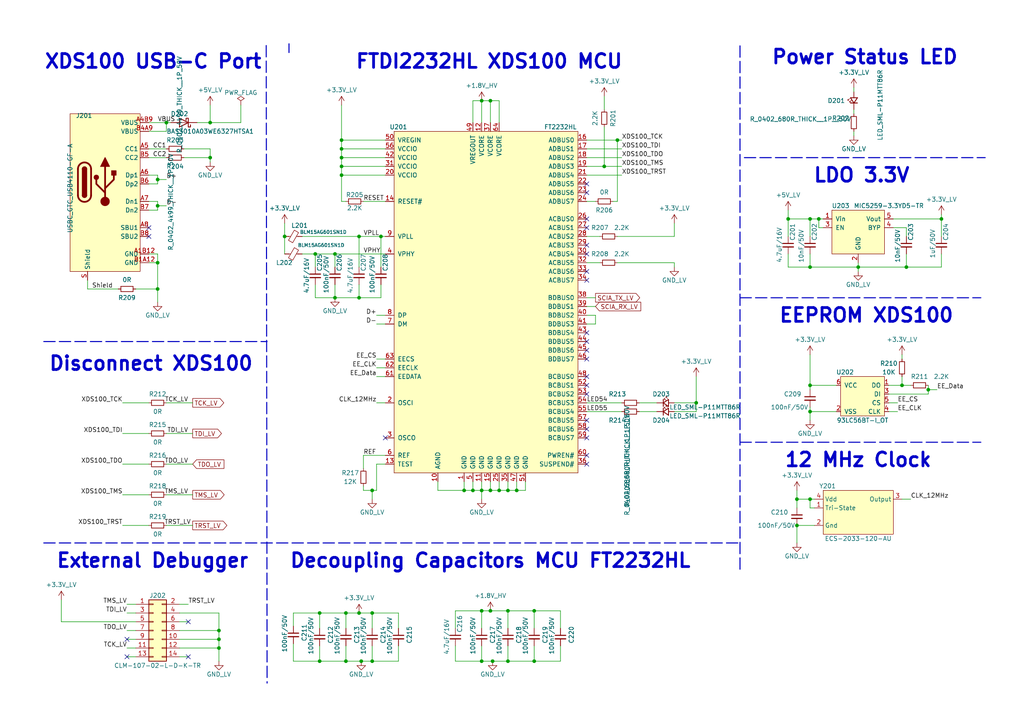
<source format=kicad_sch>
(kicad_sch (version 20211123) (generator eeschema)
  (paper "A4")
  (title_block (title "LCB-CCB-01: Control Board - Debugger XDS100  / JTAG") (date "2022-03-17") (rev "0.1") (company "PADERBORN UNIVERSITY DEPARTMENT OF POWER ELECTRONICS AND ELECTRICAL DRIVES"))
  (junction (at 45.72 52.07))
  (junction (at 201.93 116.84))
  (junction (at 110.49 68.58))
  (junction (at 82.55 68.58))
  (junction (at 45.72 83.82))
  (junction (at 60.96 45.72))
  (junction (at 60.96 35.56))
  (junction (at 234.95 63.5))
  (junction (at 147.32 142.24))
  (junction (at 248.92 77.47))
  (junction (at 107.95 177.8))
  (junction (at 97.155 73.66))
  (junction (at 142.875 191.77))
  (junction (at 134.62 142.24))
  (junction (at 154.94 191.77))
  (junction (at 139.7 29.21))
  (junction (at 91.44 73.66))
  (junction (at 139.7 142.24))
  (junction (at 97.155 86.36))
  (junction (at 273.05 63.5))
  (junction (at 63.5 182.88))
  (junction (at 99.06 48.26))
  (junction (at 234.95 77.47))
  (junction (at 137.16 142.24))
  (junction (at 142.24 177.165))
  (junction (at 144.78 142.24))
  (junction (at 175.26 48.26))
  (junction (at 107.95 142.24))
  (junction (at 99.06 43.18))
  (junction (at 142.24 142.24))
  (junction (at 147.32 191.77))
  (junction (at 228.6 63.5))
  (junction (at 99.06 45.72))
  (junction (at 63.5 187.96))
  (junction (at 92.71 177.8))
  (junction (at 99.06 40.64))
  (junction (at 92.71 191.77))
  (junction (at 234.95 119.38))
  (junction (at 139.7 191.77))
  (junction (at 261.62 111.76))
  (junction (at 154.94 177.165))
  (junction (at 100.33 191.77))
  (junction (at 237.49 63.5))
  (junction (at 139.7 177.165))
  (junction (at 104.775 191.77))
  (junction (at 104.14 86.36))
  (junction (at 45.72 59.69))
  (junction (at 48.26 35.56))
  (junction (at 104.14 68.58))
  (junction (at 142.24 29.21))
  (junction (at 149.86 142.24))
  (junction (at 234.95 144.78))
  (junction (at 63.5 185.42))
  (junction (at 45.72 76.2))
  (junction (at 99.06 50.8))
  (junction (at 231.14 152.4))
  (junction (at 234.95 111.76))
  (junction (at 231.14 144.78))
  (junction (at 107.95 191.77))
  (junction (at 262.89 77.47))
  (junction (at 100.33 177.8))
  (junction (at 147.32 177.165))
  (junction (at 269.24 113.03))
  (junction (at 104.14 177.8))
  (junction (at 179.07 40.64))
  (no_connect (at 170.18 78.74))
  (no_connect (at 54.61 180.34))
  (no_connect (at 170.18 99.06))
  (no_connect (at 170.18 111.76))
  (no_connect (at 54.61 190.5))
  (no_connect (at 36.83 190.5))
  (no_connect (at 43.18 66.04))
  (no_connect (at 36.83 185.42))
  (no_connect (at 170.18 81.28))
  (no_connect (at 170.18 104.14))
  (no_connect (at 170.18 127))
  (no_connect (at 170.18 132.08))
  (no_connect (at 170.18 134.62))
  (no_connect (at 170.18 124.46))
  (no_connect (at 170.18 101.6))
  (no_connect (at 170.18 55.88))
  (no_connect (at 170.18 53.34))
  (no_connect (at 170.18 66.04))
  (no_connect (at 170.18 73.66))
  (no_connect (at 170.18 71.12))
  (no_connect (at 170.18 114.3))
  (no_connect (at 170.18 109.22))
  (no_connect (at 170.18 96.52))
  (no_connect (at 43.18 68.58))
  (no_connect (at 170.18 121.92))
  (no_connect (at 170.18 63.5))
  (no_connect (at 111.76 127))
  (wire (pts (xy 45.72 76.2) (xy 45.72 83.82)))
  (wire (pts (xy 170.18 76.2) (xy 173.99 76.2)))
  (wire (pts (xy 228.6 77.47) (xy 234.95 77.47)))
  (wire (pts (xy 48.26 125.73) (xy 55.88 125.73)))
  (wire (pts (xy 228.6 63.5) (xy 228.6 60.96)))
  (wire (pts (xy 170.18 58.42) (xy 172.72 58.42)))
  (wire (pts (xy 247.65 31.75) (xy 247.65 33.02)))
  (wire (pts (xy 132.08 191.77) (xy 139.7 191.77)))
  (wire (pts (xy 170.18 48.26) (xy 175.26 48.26)))
  (wire (pts (xy 115.57 187.325) (xy 115.57 191.77)))
  (wire (pts (xy 99.06 48.26) (xy 99.06 45.72)))
  (wire (pts (xy 43.18 60.96) (xy 45.72 60.96)))
  (wire (pts (xy 105.41 132.08) (xy 111.76 132.08)))
  (wire (pts (xy 259.08 66.04) (xy 262.89 66.04)))
  (wire (pts (xy 43.18 43.18) (xy 48.26 43.18)))
  (wire (pts (xy 104.14 82.55) (xy 104.14 86.36)))
  (wire (pts (xy 45.72 58.42) (xy 43.18 58.42)))
  (wire (pts (xy 248.92 77.47) (xy 248.92 78.74)))
  (wire (pts (xy 48.26 134.62) (xy 55.88 134.62)))
  (wire (pts (xy 257.81 116.84) (xy 260.35 116.84)))
  (wire (pts (xy 97.155 73.66) (xy 97.155 77.47)))
  (polyline (pts (xy 214.63 165.1) (xy 214.63 12.7)) (stroke (width 0.3) (type dash)))
  (wire (pts (xy 170.18 43.18) (xy 180.34 43.18)))
  (wire (pts (xy 52.07 175.26) (xy 54.61 175.26)))
  (wire (pts (xy 261.62 109.22) (xy 261.62 111.76)))
  (wire (pts (xy 269.24 113.03) (xy 269.24 111.76)))
  (wire (pts (xy 57.15 35.56) (xy 60.96 35.56)))
  (wire (pts (xy 104.14 68.58) (xy 110.49 68.58)))
  (wire (pts (xy 127 142.24) (xy 134.62 142.24)))
  (wire (pts (xy 25.4 81.28) (xy 25.4 83.82)))
  (wire (pts (xy 175.26 48.26) (xy 180.34 48.26)))
  (wire (pts (xy 257.81 111.76) (xy 261.62 111.76)))
  (wire (pts (xy 45.72 73.66) (xy 45.72 76.2)))
  (wire (pts (xy 109.22 104.14) (xy 111.76 104.14)))
  (wire (pts (xy 92.71 182.245) (xy 92.71 177.8)))
  (wire (pts (xy 236.22 147.32) (xy 234.95 147.32)))
  (polyline (pts (xy 77.216 13.208) (xy 77.47 198.12)) (stroke (width 0.3) (type dash)))
  (wire (pts (xy 104.14 68.58) (xy 104.14 77.47)))
  (wire (pts (xy 35.56 125.73) (xy 43.18 125.73)))
  (wire (pts (xy 139.7 142.24) (xy 142.24 142.24)))
  (wire (pts (xy 234.95 144.78) (xy 231.14 144.78)))
  (wire (pts (xy 100.33 177.8) (xy 104.14 177.8)))
  (wire (pts (xy 105.41 140.97) (xy 105.41 142.24)))
  (wire (pts (xy 60.96 43.18) (xy 60.96 45.72)))
  (wire (pts (xy 170.18 45.72) (xy 180.34 45.72)))
  (wire (pts (xy 100.33 187.325) (xy 100.33 191.77)))
  (wire (pts (xy 238.76 66.04) (xy 237.49 66.04)))
  (wire (pts (xy 139.7 177.165) (xy 142.24 177.165)))
  (wire (pts (xy 237.49 63.5) (xy 238.76 63.5)))
  (wire (pts (xy 247.65 38.1) (xy 247.65 39.37)))
  (wire (pts (xy 261.62 104.14) (xy 261.62 102.87)))
  (wire (pts (xy 35.56 116.84) (xy 43.18 116.84)))
  (wire (pts (xy 36.83 190.5) (xy 39.37 190.5)))
  (wire (pts (xy 105.41 132.08) (xy 105.41 135.89)))
  (wire (pts (xy 234.95 63.5) (xy 234.95 68.58)))
  (wire (pts (xy 170.18 68.58) (xy 173.99 68.58)))
  (wire (pts (xy 137.16 142.24) (xy 139.7 142.24)))
  (wire (pts (xy 236.22 144.78) (xy 234.95 144.78)))
  (wire (pts (xy 109.22 106.68) (xy 111.76 106.68)))
  (wire (pts (xy 201.93 119.38) (xy 201.93 116.84)))
  (wire (pts (xy 45.72 83.82) (xy 39.37 83.82)))
  (wire (pts (xy 115.57 182.245) (xy 115.57 177.8)))
  (wire (pts (xy 139.7 177.165) (xy 139.7 182.245)))
  (wire (pts (xy 234.95 77.47) (xy 248.92 77.47)))
  (wire (pts (xy 172.72 91.44) (xy 172.72 93.98)))
  (wire (pts (xy 36.83 185.42) (xy 39.37 185.42)))
  (wire (pts (xy 154.94 177.165) (xy 147.32 177.165)))
  (wire (pts (xy 52.07 187.96) (xy 63.5 187.96)))
  (wire (pts (xy 170.18 119.38) (xy 180.34 119.38)))
  (wire (pts (xy 60.96 35.56) (xy 69.85 35.56)))
  (wire (pts (xy 45.72 60.96) (xy 45.72 59.69)))
  (wire (pts (xy 110.49 68.58) (xy 111.76 68.58)))
  (wire (pts (xy 43.18 53.34) (xy 45.72 53.34)))
  (wire (pts (xy 99.06 50.8) (xy 99.06 48.26)))
  (wire (pts (xy 17.78 180.34) (xy 39.37 180.34)))
  (polyline (pts (xy 12.7 99.06) (xy 77.47 99.06)) (stroke (width 0.3)))
  (wire (pts (xy 147.32 177.165) (xy 147.32 182.245)))
  (wire (pts (xy 134.62 142.24) (xy 137.16 142.24)))
  (wire (pts (xy 43.18 76.2) (xy 45.72 76.2)))
  (wire (pts (xy 170.18 93.98) (xy 172.72 93.98)))
  (wire (pts (xy 45.72 52.07) (xy 48.26 52.07)))
  (wire (pts (xy 63.5 182.88) (xy 63.5 185.42)))
  (wire (pts (xy 25.4 83.82) (xy 34.29 83.82)))
  (wire (pts (xy 162.56 182.245) (xy 162.56 177.165)))
  (wire (pts (xy 201.93 116.84) (xy 201.93 109.22)))
  (wire (pts (xy 52.07 190.5) (xy 54.61 190.5)))
  (wire (pts (xy 109.22 109.22) (xy 111.76 109.22)))
  (wire (pts (xy 48.26 152.4) (xy 55.88 152.4)))
  (wire (pts (xy 109.22 116.84) (xy 111.76 116.84)))
  (wire (pts (xy 53.34 43.18) (xy 60.96 43.18)))
  (wire (pts (xy 231.14 152.4) (xy 231.14 157.48)))
  (wire (pts (xy 99.06 58.42) (xy 99.06 50.8)))
  (wire (pts (xy 45.72 50.8) (xy 43.18 50.8)))
  (wire (pts (xy 137.16 35.56) (xy 137.16 29.21)))
  (wire (pts (xy 261.62 111.76) (xy 264.16 111.76)))
  (wire (pts (xy 142.875 191.77) (xy 147.32 191.77)))
  (wire (pts (xy 170.18 86.36) (xy 172.72 86.36)))
  (wire (pts (xy 149.86 142.24) (xy 152.4 142.24)))
  (wire (pts (xy 248.92 77.47) (xy 262.89 77.47)))
  (wire (pts (xy 139.7 187.325) (xy 139.7 191.77)))
  (wire (pts (xy 257.81 119.38) (xy 260.35 119.38)))
  (wire (pts (xy 43.18 45.72) (xy 48.26 45.72)))
  (wire (pts (xy 237.49 66.04) (xy 237.49 63.5)))
  (wire (pts (xy 139.7 29.21) (xy 142.24 29.21)))
  (wire (pts (xy 48.26 38.1) (xy 48.26 35.56)))
  (wire (pts (xy 139.7 139.7) (xy 139.7 142.24)))
  (wire (pts (xy 179.07 40.64) (xy 179.07 58.42)))
  (wire (pts (xy 45.72 59.69) (xy 45.72 58.42)))
  (wire (pts (xy 185.42 116.84) (xy 190.5 116.84)))
  (wire (pts (xy 85.09 186.69) (xy 85.09 191.77)))
  (wire (pts (xy 110.49 68.58) (xy 110.49 77.47)))
  (wire (pts (xy 154.94 191.77) (xy 162.56 191.77)))
  (polyline (pts (xy 83.82 15.24) (xy 83.82 12.7)) (stroke (width 0.3) (type dash)))
  (wire (pts (xy 231.14 144.78) (xy 231.14 147.32)))
  (polyline (pts (xy 214.63 86.36) (xy 284.48 86.36)) (stroke (width 0.3)))
  (wire (pts (xy 257.81 114.3) (xy 269.24 114.3)))
  (wire (pts (xy 259.08 63.5) (xy 273.05 63.5)))
  (polyline (pts (xy 12.7 157.48) (xy 214.63 157.48)) (stroke (width 0.3)))
  (wire (pts (xy 127 139.7) (xy 127 142.24)))
  (wire (pts (xy 107.95 144.78) (xy 107.95 142.24)))
  (wire (pts (xy 170.18 50.8) (xy 180.34 50.8)))
  (wire (pts (xy 43.18 38.1) (xy 48.26 38.1)))
  (wire (pts (xy 242.57 119.38) (xy 234.95 119.38)))
  (wire (pts (xy 134.62 139.7) (xy 134.62 142.24)))
  (wire (pts (xy 149.86 139.7) (xy 149.86 142.24)))
  (wire (pts (xy 132.08 177.165) (xy 139.7 177.165)))
  (wire (pts (xy 228.6 63.5) (xy 234.95 63.5)))
  (wire (pts (xy 177.8 58.42) (xy 179.07 58.42)))
  (wire (pts (xy 92.71 191.77) (xy 100.33 191.77)))
  (wire (pts (xy 154.94 182.245) (xy 154.94 177.165)))
  (wire (pts (xy 142.24 35.56) (xy 142.24 29.21)))
  (wire (pts (xy 107.95 191.77) (xy 115.57 191.77)))
  (wire (pts (xy 269.24 114.3) (xy 269.24 113.03)))
  (wire (pts (xy 248.92 76.2) (xy 248.92 77.47)))
  (wire (pts (xy 105.41 58.42) (xy 111.76 58.42)))
  (wire (pts (xy 91.44 73.66) (xy 91.44 77.47)))
  (wire (pts (xy 99.06 43.18) (xy 99.06 40.64)))
  (wire (pts (xy 36.83 177.8) (xy 39.37 177.8)))
  (wire (pts (xy 228.6 63.5) (xy 228.6 68.58)))
  (wire (pts (xy 142.24 139.7) (xy 142.24 142.24)))
  (wire (pts (xy 236.22 152.4) (xy 231.14 152.4)))
  (wire (pts (xy 52.07 180.34) (xy 54.61 180.34)))
  (wire (pts (xy 100.33 191.77) (xy 104.775 191.77)))
  (wire (pts (xy 69.85 35.56) (xy 69.85 30.48)))
  (wire (pts (xy 104.14 177.8) (xy 107.95 177.8)))
  (wire (pts (xy 91.44 82.55) (xy 91.44 86.36)))
  (wire (pts (xy 97.155 82.55) (xy 97.155 86.36)))
  (wire (pts (xy 63.5 185.42) (xy 63.5 187.96)))
  (wire (pts (xy 147.32 142.24) (xy 149.86 142.24)))
  (polyline (pts (xy 215.9 45.72) (xy 285.75 45.72)) (stroke (width 0.3)))
  (wire (pts (xy 99.06 45.72) (xy 99.06 43.18)))
  (wire (pts (xy 48.26 116.84) (xy 55.88 116.84)))
  (wire (pts (xy 147.32 139.7) (xy 147.32 142.24)))
  (wire (pts (xy 195.58 68.58) (xy 195.58 64.77)))
  (wire (pts (xy 170.18 91.44) (xy 172.72 91.44)))
  (wire (pts (xy 111.76 50.8) (xy 99.06 50.8)))
  (wire (pts (xy 82.55 64.77) (xy 82.55 68.58)))
  (wire (pts (xy 234.95 144.78) (xy 234.95 147.32)))
  (wire (pts (xy 137.16 29.21) (xy 139.7 29.21)))
  (wire (pts (xy 36.83 182.88) (xy 39.37 182.88)))
  (wire (pts (xy 144.78 142.24) (xy 147.32 142.24)))
  (wire (pts (xy 175.26 27.94) (xy 175.26 31.75)))
  (wire (pts (xy 45.72 59.69) (xy 48.26 59.69)))
  (wire (pts (xy 175.26 36.83) (xy 175.26 48.26)))
  (wire (pts (xy 48.26 35.56) (xy 49.53 35.56)))
  (wire (pts (xy 91.44 86.36) (xy 97.155 86.36)))
  (wire (pts (xy 132.08 182.245) (xy 132.08 177.165)))
  (wire (pts (xy 60.96 45.72) (xy 60.96 46.99)))
  (wire (pts (xy 109.22 142.24) (xy 109.22 134.62)))
  (wire (pts (xy 105.41 142.24) (xy 107.95 142.24)))
  (wire (pts (xy 162.56 177.165) (xy 154.94 177.165)))
  (wire (pts (xy 111.76 40.64) (xy 99.06 40.64)))
  (wire (pts (xy 195.58 116.84) (xy 201.93 116.84)))
  (wire (pts (xy 273.05 77.47) (xy 273.05 73.66)))
  (wire (pts (xy 53.34 45.72) (xy 60.96 45.72)))
  (wire (pts (xy 179.07 40.64) (xy 180.34 40.64)))
  (wire (pts (xy 35.56 143.51) (xy 43.18 143.51)))
  (wire (pts (xy 185.42 119.38) (xy 190.5 119.38)))
  (wire (pts (xy 139.7 191.77) (xy 142.875 191.77)))
  (wire (pts (xy 43.18 73.66) (xy 45.72 73.66)))
  (wire (pts (xy 100.33 177.8) (xy 100.33 182.245)))
  (wire (pts (xy 179.07 76.2) (xy 195.58 76.2)))
  (wire (pts (xy 147.32 191.77) (xy 154.94 191.77)))
  (wire (pts (xy 111.76 45.72) (xy 99.06 45.72)))
  (wire (pts (xy 43.18 35.56) (xy 48.26 35.56)))
  (wire (pts (xy 273.05 63.5) (xy 273.05 62.23)))
  (wire (pts (xy 137.16 139.7) (xy 137.16 142.24)))
  (wire (pts (xy 139.7 35.56) (xy 139.7 29.21)))
  (wire (pts (xy 247.65 25.4) (xy 247.65 26.67)))
  (wire (pts (xy 109.22 93.98) (xy 111.76 93.98)))
  (wire (pts (xy 234.95 119.38) (xy 234.95 121.92)))
  (wire (pts (xy 231.14 144.78) (xy 231.14 142.24)))
  (wire (pts (xy 262.89 77.47) (xy 273.05 77.47)))
  (wire (pts (xy 179.07 68.58) (xy 195.58 68.58)))
  (wire (pts (xy 36.83 175.26) (xy 39.37 175.26)))
  (wire (pts (xy 87.63 73.66) (xy 91.44 73.66)))
  (wire (pts (xy 107.95 142.24) (xy 109.22 142.24)))
  (wire (pts (xy 60.96 35.56) (xy 60.96 30.48)))
  (wire (pts (xy 170.18 40.64) (xy 179.07 40.64)))
  (wire (pts (xy 45.72 53.34) (xy 45.72 52.07)))
  (wire (pts (xy 109.22 91.44) (xy 111.76 91.44)))
  (wire (pts (xy 63.5 177.8) (xy 63.5 182.88)))
  (wire (pts (xy 147.32 177.165) (xy 142.24 177.165)))
  (wire (pts (xy 85.09 191.77) (xy 92.71 191.77)))
  (wire (pts (xy 45.72 87.63) (xy 45.72 83.82)))
  (wire (pts (xy 162.56 191.77) (xy 162.56 187.325)))
  (wire (pts (xy 92.71 177.8) (xy 85.09 177.8)))
  (wire (pts (xy 97.155 73.66) (xy 111.76 73.66)))
  (wire (pts (xy 48.26 143.51) (xy 55.88 143.51)))
  (wire (pts (xy 180.34 116.84) (xy 170.18 116.84)))
  (wire (pts (xy 142.24 142.24) (xy 144.78 142.24)))
  (wire (pts (xy 52.07 185.42) (xy 63.5 185.42)))
  (wire (pts (xy 104.14 86.36) (xy 110.49 86.36)))
  (wire (pts (xy 45.72 52.07) (xy 45.72 50.8)))
  (wire (pts (xy 139.7 144.78) (xy 139.7 142.24)))
  (wire (pts (xy 35.56 134.62) (xy 43.18 134.62)))
  (wire (pts (xy 92.71 177.8) (xy 100.33 177.8)))
  (wire (pts (xy 273.05 63.5) (xy 273.05 68.58)))
  (wire (pts (xy 228.6 73.66) (xy 228.6 77.47)))
  (wire (pts (xy 242.57 111.76) (xy 234.95 111.76)))
  (wire (pts (xy 107.95 187.325) (xy 107.95 191.77)))
  (wire (pts (xy 262.89 66.04) (xy 262.89 68.58)))
  (polyline (pts (xy 214.63 128.27) (xy 284.48 128.27)) (stroke (width 0.3)))
  (wire (pts (xy 195.58 119.38) (xy 201.93 119.38)))
  (wire (pts (xy 144.78 29.21) (xy 144.78 35.56)))
  (wire (pts (xy 111.76 43.18) (xy 99.06 43.18)))
  (wire (pts (xy 132.08 187.325) (xy 132.08 191.77)))
  (wire (pts (xy 87.63 68.58) (xy 104.14 68.58)))
  (wire (pts (xy 110.49 86.36) (xy 110.49 82.55)))
  (wire (pts (xy 92.71 187.325) (xy 92.71 191.77)))
  (wire (pts (xy 85.09 177.8) (xy 85.09 181.61)))
  (wire (pts (xy 107.95 182.245) (xy 107.95 177.8)))
  (wire (pts (xy 147.32 187.325) (xy 147.32 191.77)))
  (wire (pts (xy 52.07 182.88) (xy 63.5 182.88)))
  (wire (pts (xy 170.18 88.9) (xy 172.72 88.9)))
  (wire (pts (xy 262.89 77.47) (xy 262.89 73.66)))
  (wire (pts (xy 111.76 48.26) (xy 99.06 48.26)))
  (wire (pts (xy 234.95 63.5) (xy 237.49 63.5)))
  (wire (pts (xy 107.95 177.8) (xy 115.57 177.8)))
  (wire (pts (xy 142.24 29.21) (xy 144.78 29.21)))
  (wire (pts (xy 104.775 191.77) (xy 107.95 191.77)))
  (wire (pts (xy 261.62 144.78) (xy 264.16 144.78)))
  (wire (pts (xy 97.155 86.36) (xy 104.14 86.36)))
  (wire (pts (xy 144.78 139.7) (xy 144.78 142.24)))
  (wire (pts (xy 99.06 58.42) (xy 100.33 58.42)))
  (wire (pts (xy 234.95 102.87) (xy 234.95 111.76)))
  (wire (pts (xy 63.5 187.96) (xy 63.5 191.77)))
  (wire (pts (xy 36.83 187.96) (xy 39.37 187.96)))
  (wire (pts (xy 17.78 180.34) (xy 17.78 173.99)))
  (wire (pts (xy 152.4 142.24) (xy 152.4 139.7)))
  (wire (pts (xy 111.76 134.62) (xy 109.22 134.62)))
  (wire (pts (xy 269.24 113.03) (xy 271.78 113.03)))
  (wire (pts (xy 91.44 73.66) (xy 97.155 73.66)))
  (wire (pts (xy 195.58 77.47) (xy 195.58 76.2)))
  (wire (pts (xy 35.56 152.4) (xy 43.18 152.4)))
  (wire (pts (xy 52.07 177.8) (xy 63.5 177.8)))
  (wire (pts (xy 82.55 68.58) (xy 82.55 73.66)))
  (wire (pts (xy 234.95 113.03) (xy 234.95 111.76)))
  (wire (pts (xy 234.95 118.11) (xy 234.95 119.38)))
  (wire (pts (xy 99.06 40.64) (xy 99.06 30.48)))
  (wire (pts (xy 234.95 73.66) (xy 234.95 77.47)))
  (wire (pts (xy 154.94 187.325) (xy 154.94 191.77)))
  (text "Power Status LED" (at 278.13 19.05 180) (effects (font (size 4 4) bold) (justify right bottom)))
  (text "EEPROM XDS100" (at 276.86 93.98 180) (effects (font (size 4 4) bold) (justify right bottom)))
  (text "Decoupling Capacitors MCU FT2232HL" (at 200.66 165.1 180) (effects (font (size 4 4) bold) (justify right bottom)))
  (text "External Debugger\n" (at 72.39 165.1 180) (effects (font (size 4 4) bold) (justify right bottom)))
  (text "XDS100 USB-C Port" (at 76.2 20.32 180) (effects (font (size 4 4) bold) (justify right bottom)))
  (text "FTDI2232HL XDS100 MCU" (at 102.87 20.32 0) (effects (font (size 4 4) bold) (justify left bottom)))
  (text "Disconnect XDS100" (at 73.66 107.95 180) (effects (font (size 4 4) bold) (justify right bottom)))
  (text "12 MHz Clock" (at 270.51 135.89 180) (effects (font (size 4 4) bold) (justify right bottom)))
  (text "LDO 3.3V" (at 264.16 53.34 180) (effects (font (size 4 4) bold) (justify right bottom)))
  (label "D+" (at 109.22 91.44 180))
  (label "D+" (at 48.26 52.07 0))
  (label "XDS100_TMS" (at 35.56 143.51 180))
  (label "TCK_LV" (at 36.83 187.96 180))
  (label "TMS_LV" (at 54.61 143.51 180))
  (label "XDS100_TCK" (at 35.56 116.84 180))
  (label "TDI_LV" (at 36.83 177.8 180))
  (label "CC1" (at 48.26 43.18 180))
  (label "XDS100_TRST" (at 180.34 50.8 0))
  (label "XDS100_TDO" (at 180.34 45.72 0))
  (label "D-" (at 48.26 59.69 0))
  (label "TDO_LV" (at 36.83 182.88 180))
  (label "EE_CS" (at 109.22 104.14 180))
  (label "EE_CS" (at 260.35 116.84 0))
  (label "CLK_12MHz" (at 264.16 144.78 0))
  (label "TMS_LV" (at 36.83 175.26 180))
  (label "Shield" (at 26.67 83.82 0))
  (label "XDS100_TDO" (at 35.56 134.62 180))
  (label "RESET" (at 105.41 58.42 0))
  (label "LED54" (at 170.18 116.84 0))
  (label "XDS100_TRST" (at 35.56 152.4 180))
  (label "CC2" (at 48.26 45.72 180))
  (label "XDS100_TDI" (at 35.56 125.73 180))
  (label "XDS100_TCK" (at 180.34 40.64 0))
  (label "VPLL" (at 105.41 68.58 0))
  (label "XDS100_TMS" (at 180.34 48.26 0))
  (label "TDI_LV" (at 54.61 125.73 180))
  (label "TRST_LV" (at 54.61 175.26 0))
  (label "VPHY" (at 105.41 73.66 0))
  (label "TCK_LV" (at 54.61 116.84 180))
  (label "REF" (at 105.41 132.08 0))
  (label "EE_CLK" (at 109.22 106.68 180))
  (label "LED55" (at 170.18 119.38 0))
  (label "EE_Data" (at 109.22 109.22 180))
  (label "TRST_LV" (at 55.372 152.4 180))
  (label "D-" (at 109.22 93.98 180))
  (label "CLK_12MHz" (at 109.22 116.84 180))
  (label "XDS100_TDI" (at 180.34 43.18 0))
  (label "EE_CLK" (at 260.35 119.38 0))
  (label "TDO_LV" (at 54.61 134.62 180))
  (label "EE_Data" (at 271.78 113.03 0))
  (label "VBUS" (at 45.72 35.56 0))
  (global_label "TDO_LV" (shape input) (at 55.88 134.62 0) (property "Intersheet References" "${INTERSHEET_REFS}" (effects hide)))
  (global_label "TCK_LV" (shape output) (at 55.88 116.84 0) (property "Intersheet References" "${INTERSHEET_REFS}" (effects hide)))
  (global_label "SCIA_TX_LV" (shape output) (at 172.72 86.36 0) (property "Intersheet References" "${INTERSHEET_REFS}" (effects hide)))
  (global_label "TRST_LV" (shape output) (at 55.88 152.4 0) (property "Intersheet References" "${INTERSHEET_REFS}" (effects hide)))
  (global_label "TMS_LV" (shape output) (at 55.88 143.51 0) (property "Intersheet References" "${INTERSHEET_REFS}" (effects hide)))
  (global_label "SCIA_RX_LV" (shape input) (at 172.72 88.9 0) (property "Intersheet References" "${INTERSHEET_REFS}" (effects hide)))
  (global_label "TDI_LV" (shape output) (at 55.88 125.73 0) (property "Intersheet References" "${INTERSHEET_REFS}" (effects hide)))
  (symbol (lib_id "LEA_SymbolLibrary:+5V_LV") (at 60.96 30.48 0) (unit 1)
    (property "Reference" "#PWR0204" (effects hide))
    (property "Value" "+5V_LV" (at 60.96 26.0858 0))
  )
  (symbol (lib_id "LEA_SymbolLibrary:GND_LV") (at 45.72 87.63 0) (unit 1)
    (property "Reference" "#PWR0215" (effects hide))
    (property "Value" "GND_LV" (at 45.72 91.44 0))
  )
  (symbol (lib_id "LEA_SymbolLibrary:GND_LV") (at 60.96 46.99 0) (unit 1)
    (property "Reference" "#PWR0207" (effects hide))
    (property "Value" "GND_LV" (at 60.96 50.8 0))
  )
  (symbol (lib_id "LEA_SymbolLibrary:FT2232HL") (at 127 101.6 0) (unit 1)
    (property "Reference" "U201" (at 115.57 36.83 0))
    (property "Value" "FT2232HL" (at 162.56 36.83 0))
    (property "Footprint" "LEA_FootprintLibrary:LQFP-64_12x12_Pitch0.5mm_FTDI" (effects hide))
    (property "Datasheet" "https://ftdichip.com/wp-content/uploads/2020/07/DS_FT2232H.pdf" (effects hide))
    (property "Manufacturer" "FTDI" (effects hide))
    (property "Mouser No" "895-FT2232HL-TRAY" (effects hide))
    (property "Mfr. No" "FT2232HL-TRAY" (effects hide))
    (property "mouser#" "895-FT2232HL-TRAY" (effects hide))
    (property "manf#" "FT2232HL-TRAY" (effects hide))
  )
  (symbol (lib_id "LEA_SymbolLibrary:GND_LV") (at 139.7 144.78 0) (unit 1)
    (property "Reference" "#PWR0222" (effects hide))
    (property "Value" "GND_LV" (at 139.7 148.59 0))
  )
  (symbol (lib_id "LEA_SymbolLibrary:GND_LV") (at 107.95 144.78 0) (unit 1)
    (property "Reference" "#PWR0221" (effects hide))
    (property "Value" "GND_LV" (at 107.95 148.59 0))
  )
  (symbol (lib_id "LEA_SymbolLibrary:93LC56BT-I_OT") (at 247.65 114.3 0) (unit 1)
    (property "Reference" "U202" (at 245.11 107.95 0))
    (property "Value" "93LC56BT-I_OT" (at 250.19 121.92 0))
    (property "Footprint" "LEA_FootprintLibrary:SOT-23-6_Microchip" (effects hide))
    (property "Datasheet" "http://ww1.microchip.com/downloads/en/devicedoc/21794f.pdf" (effects hide))
    (property "Manufacturer" "Microchip" (effects hide))
    (property "Mouser No" "579-93LC56BT-I/OT" (effects hide))
    (property "Mfr. No" "93LC56BT-I/OT" (effects hide))
    (property "mouser#" "579-93LC56BT-I/OT" (effects hide))
    (property "manf#" "93LC56BT-I/OT" (effects hide))
  )
  (symbol (lib_id "LEA_SymbolLibrary:GND_LV") (at 234.95 121.92 0) (unit 1)
    (property "Reference" "#PWR0219" (effects hide))
    (property "Value" "GND_LV" (at 234.95 125.73 0))
  )
  (symbol (lib_id "LEA_SymbolLibrary:MIC5259-3.3YD5-TR") (at 248.92 64.77 0) (unit 1)
    (property "Reference" "U203" (at 243.84 59.69 0))
    (property "Value" "MIC5259-3.3YD5-TR" (at 257.81 59.69 0))
    (property "Footprint" "LEA_FootprintLibrary:SOT-23-5_Microchip" (effects hide))
    (property "Datasheet" "https://ww1.microchip.com/downloads/en/DeviceDoc/mic5259.pdf" (effects hide))
    (property "Manufacturer" "Microchip" (effects hide))
    (property "Mouser No" "998-MIC5259-3.3YD5TR" (effects hide))
    (property "Mfr. No" "MIC5259-3.3YD5-TR" (effects hide))
    (property "mouser#" "998-MIC5259-3.3YD5TR" (effects hide))
    (property "manf#" "MIC5259-3.3YD5-TR" (effects hide))
  )
  (symbol (lib_id "LEA_SymbolLibrary:+3.3V_LV") (at 234.95 102.87 0) (unit 1)
    (property "Reference" "#PWR0216" (effects hide))
    (property "Value" "+3.3V_LV" (at 234.95 98.4758 0))
  )
  (symbol (lib_id "LEA_SymbolLibrary:+3.3V_LV") (at 261.62 102.87 0) (unit 1)
    (property "Reference" "#PWR0217" (effects hide))
    (property "Value" "+3.3V_LV" (at 261.62 98.4758 0))
  )
  (symbol (lib_id "LEA_SymbolLibrary:+3.3V_LV") (at 99.06 30.48 0) (unit 1)
    (property "Reference" "#PWR0205" (effects hide))
    (property "Value" "+3.3V_LV" (at 99.06 26.0858 0))
  )
  (symbol (lib_id "LEA_SymbolLibrary:+1.8V_LV") (at 139.7 29.21 0) (unit 1)
    (property "Reference" "#PWR0203" (effects hide))
    (property "Value" "+1.8V_LV" (at 139.7 24.8158 0))
  )
  (symbol (lib_id "LEA_SymbolLibrary:+3.3V_LV") (at 273.05 62.23 0) (unit 1)
    (property "Reference" "#PWR0209" (effects hide))
    (property "Value" "+3.3V_LV" (at 273.05 57.8358 0))
  )
  (symbol (lib_id "LEA_SymbolLibrary:C_0402_100n_X7R_10P__50V") (at 234.95 115.57 0) (unit 1)
    (property "Reference" "C209" (at 227.33 114.3 0) (effects (justify left)))
    (property "Value" "100nF/50V" (at 223.52 118.11 0) (effects (justify left)))
    (property "Footprint" "LEA_FootprintLibrary:C_0402" (effects hide))
    (property "Manufacturer" "TDK" (effects hide))
    (property "manf#" "C1005X7R1H104K" (effects hide))
    (property "mouser#" "810-C1005X7R1H104K" (effects hide))
  )
  (symbol (lib_id "LEA_SymbolLibrary:+5V_LV") (at 228.6 60.96 0) (unit 1)
    (property "Reference" "#PWR0208" (effects hide))
    (property "Value" "+5V_LV" (at 228.6 56.5658 0))
  )
  (symbol (lib_id "LEA_SymbolLibrary:C_0402__10n_X7R_10P__50V") (at 262.89 71.12 0) (unit 1)
    (property "Reference" "C203" (at 264.16 69.85 90) (effects (justify left)))
    (property "Value" "10nF/50V" (at 260.35 76.2 90) (effects (justify left)))
    (property "Footprint" "LEA_FootprintLibrary:C_0402" (effects hide))
    (property "Manufacturer" "TDK" (effects hide))
    (property "manf#" "C1005X7R1H103KBE" (effects hide))
    (property "mouser#" "810-C1005X7R1H103KBE" (effects hide))
  )
  (symbol (lib_id "LEA_SymbolLibrary:R_0402__0R0_THICK__1P__50V") (at 36.83 83.82 270) (unit 1)
    (property "Reference" "R209" (at 36.83 86.36 90))
    (property "Value" "0R" (at 36.83 81.153 90))
    (property "Footprint" "LEA_FootprintLibrary:R_0402" (effects hide))
    (property "Manufacturer" "Vishay" (effects hide))
    (property "manf#" "CRCW04020000Z0EDC" (effects hide))
    (property "mouser#" "71-CRCW04020000Z0EDC" (effects hide))
  )
  (symbol (lib_id "LEA_SymbolLibrary:R_0402__10k_THICK__1P__50V") (at 261.62 106.68 180) (unit 1)
    (property "Reference" "R210" (at 257.81 105.41 0))
    (property "Value" "10K" (at 257.81 107.95 0))
    (property "Footprint" "LEA_FootprintLibrary:R_0402" (effects hide))
    (property "Manufacturer" "Vishay" (effects hide))
    (property "manf#" "CRCW040210K0FKEDC" (effects hide))
    (property "mouser#" "71-CRCW040210K0FKEDC" (effects hide))
  )
  (symbol (lib_id "LEA_SymbolLibrary:R_0402__2k2_THICK__1P__50V") (at 266.7 111.76 90) (unit 1)
    (property "Reference" "R211" (at 266.7 109.22 90))
    (property "Value" "2.2K" (at 273.05 109.22 90))
    (property "Footprint" "LEA_FootprintLibrary:R_0402" (effects hide))
    (property "Manufacturer" "Vishay" (effects hide))
    (property "manf#" "CRCW04022K20FKEDC" (effects hide))
    (property "mouser#" "71-CRCW04022K20FKEDC" (effects hide))
  )
  (symbol (lib_id "LEA_SymbolLibrary:R_0402_4k99_THICK__1P_50V") (at 50.8 43.18 270) (unit 1)
    (property "Reference" "R203" (at 50.8 40.64 90))
    (property "Value" "R_0402_4k99_THICK__1P_50V" (at 49.53 44.45 0) (effects (justify left)))
    (property "Footprint" "LEA_FootprintLibrary:R_0402" (effects hide))
    (property "mouser#" "71-CRCW04024K99FKEDC " (effects hide))
    (property "manf#" "CRCW04024K99FKEDC" (effects hide))
  )
  (symbol (lib_id "LEA_SymbolLibrary:R_0402_4k99_THICK__1P_50V") (at 50.8 45.72 90) (unit 1)
    (property "Reference" "R204" (at 50.8 48.26 90))
    (property "Value" "R_0402_4k99_THICK__1P_50V" (at 52.07 44.45 0) (effects (justify left)))
    (property "Footprint" "LEA_FootprintLibrary:R_0402" (effects hide))
    (property "mouser#" "71-CRCW04024K99FKEDC " (effects hide))
    (property "manf#" "CRCW04024K99FKEDC" (effects hide))
  )
  (symbol (lib_id "LEA_SymbolLibrary:C_0402__1u0_X5R_10P__35V") (at 273.05 71.12 0) (unit 1)
    (property "Reference" "C204" (at 274.32 69.85 90) (effects (justify left)))
    (property "Value" "1uF/50V" (at 270.51 74.93 90) (effects (justify left)))
    (property "Footprint" "LEA_FootprintLibrary:C_0402" (effects hide))
    (property "Manufacturer" "TDK" (effects hide))
    (property "manf#" "C1005X5R1V105K" (effects hide))
    (property "mouser#" "810-C1005X5R1V105K" (effects hide))
  )
  (symbol (lib_id "LEA_SymbolLibrary:GND_LV") (at 248.92 78.74 0) (unit 1)
    (property "Reference" "#PWR0213" (effects hide))
    (property "Value" "GND_LV" (at 248.92 82.55 0))
  )
  (symbol (lib_id "LEA_SymbolLibrary:LED_SML-P11MTT86R") (at 247.65 29.21 90) (unit 1)
    (property "Reference" "D201" (at 242.57 29.21 90))
    (property "Value" "LED_SML-P11MTT86R" (at 255.27 30.48 0))
    (property "Footprint" "LEA_FootprintLibrary:LED_0402" (effects hide))
    (property "Datasheet" "https://fscdn.rohm.com/en/products/databook/datasheet/opto/led/chip_mono/sml-p11-e.pdf" (effects hide))
    (property "Manufacturer" "ROHM Semiconductor" (effects hide))
    (property "Mouser No" "755-SML-P11MTT86R" (effects hide))
    (property "Mfr. No" "SML-P11MTT86R" (effects hide))
    (property "mouser#" "755-SML-P11MTT86R" (effects hide))
    (property "manf#" "SML-P11MTT86R" (effects hide))
  )
  (symbol (lib_id "LEA_SymbolLibrary:+3.3V_LV") (at 247.65 25.4 0) (unit 1)
    (property "Reference" "#PWR0201" (effects hide))
    (property "Value" "+3.3V_LV" (at 247.65 21.0058 0))
  )
  (symbol (lib_id "LEA_SymbolLibrary:GND_LV") (at 247.65 39.37 0) (unit 1)
    (property "Reference" "#PWR0206" (effects hide))
    (property "Value" "GND_LV" (at 247.65 43.18 0))
  )
  (symbol (lib_id "LEA_SymbolLibrary:R_0402_680R_THICK__1P__50V") (at 247.65 35.56 180) (unit 1)
    (property "Reference" "R202" (at 243.84 34.29 0))
    (property "Value" "R_0402_680R_THICK__1P__50V" (at 246.888 34.544 0) (effects (justify left)))
    (property "Footprint" "LEA_FootprintLibrary:R_0402" (effects hide))
    (property "Manufacturer" "Vishay" (effects hide))
    (property "manf#" "CRCW0402680RFKEDC" (effects hide))
    (property "mouser#" "71-CRCW0402680RFKEDC" (effects hide))
  )
  (symbol (lib_id "LEA_SymbolLibrary:R_0402__2k2_THICK__1P__50V") (at 176.53 76.2 270) (unit 1)
    (property "Reference" "R208" (at 173.99 73.66 90))
    (property "Value" "2.2K" (at 180.34 73.66 90))
    (property "Footprint" "LEA_FootprintLibrary:R_0402" (effects hide))
    (property "Manufacturer" "Vishay" (effects hide))
    (property "manf#" "CRCW04022K20FKEDC" (effects hide))
    (property "mouser#" "71-CRCW04022K20FKEDC" (effects hide))
  )
  (symbol (lib_id "LEA_SymbolLibrary:GND_LV") (at 195.58 77.47 0) (unit 1)
    (property "Reference" "#PWR0212" (effects hide))
    (property "Value" "GND_LV" (at 195.58 81.28 0))
  )
  (symbol (lib_id "LEA_SymbolLibrary:LED_SML-P11MTT86R") (at 193.04 116.84 0) (unit 1)
    (property "Reference" "D203" (at 191.77 114.3 0))
    (property "Value" "LED_SML-P11MTT86R" (at 204.47 118.11 0))
    (property "Footprint" "LEA_FootprintLibrary:LED_0402" (effects hide))
    (property "Datasheet" "https://fscdn.rohm.com/en/products/databook/datasheet/opto/led/chip_mono/sml-p11-e.pdf" (effects hide))
    (property "Manufacturer" "ROHM Semiconductor" (effects hide))
    (property "Mouser No" "755-SML-P11MTT86R" (effects hide))
    (property "Mfr. No" "SML-P11MTT86R" (effects hide))
    (property "mouser#" "755-SML-P11MTT86R" (effects hide))
    (property "manf#" "SML-P11MTT86R" (effects hide))
  )
  (symbol (lib_id "LEA_SymbolLibrary:R_0402_680R_THICK__1P__50V") (at 182.88 116.84 270) (unit 1)
    (property "Reference" "R213" (at 179.07 114.3 90))
    (property "Value" "R_0402_680R_THICK__1P__50V" (at 181.864 117.602 0) (effects (justify left)))
    (property "Footprint" "LEA_FootprintLibrary:R_0402" (effects hide))
    (property "Manufacturer" "Vishay" (effects hide))
    (property "manf#" "CRCW0402680RFKEDC" (effects hide))
    (property "mouser#" "71-CRCW0402680RFKEDC" (effects hide))
  )
  (symbol (lib_id "LEA_SymbolLibrary:R_0402_680R_THICK__1P__50V") (at 182.88 119.38 270) (unit 1)
    (property "Reference" "R214" (at 179.07 121.92 90))
    (property "Value" "R_0402_680R_THICK__1P__50V" (at 181.864 120.142 0) (effects (justify left)))
    (property "Footprint" "LEA_FootprintLibrary:R_0402" (effects hide))
    (property "Manufacturer" "Vishay" (effects hide))
    (property "manf#" "CRCW0402680RFKEDC" (effects hide))
    (property "mouser#" "71-CRCW0402680RFKEDC" (effects hide))
  )
  (symbol (lib_id "LEA_SymbolLibrary:LED_SML-P11MTT86R") (at 193.04 119.38 0) (unit 1)
    (property "Reference" "D204" (at 191.77 121.92 0))
    (property "Value" "LED_SML-P11MTT86R" (at 204.47 120.65 0))
    (property "Footprint" "LEA_FootprintLibrary:LED_0402" (effects hide))
    (property "Datasheet" "https://fscdn.rohm.com/en/products/databook/datasheet/opto/led/chip_mono/sml-p11-e.pdf" (effects hide))
    (property "Manufacturer" "ROHM Semiconductor" (effects hide))
    (property "Mouser No" "755-SML-P11MTT86R" (effects hide))
    (property "Mfr. No" "SML-P11MTT86R" (effects hide))
    (property "mouser#" "755-SML-P11MTT86R" (effects hide))
    (property "manf#" "SML-P11MTT86R" (effects hide))
  )
  (symbol (lib_id "LEA_SymbolLibrary:+3.3V_LV") (at 201.93 109.22 0) (unit 1)
    (property "Reference" "#PWR0218" (effects hide))
    (property "Value" "+3.3V_LV" (at 201.93 104.8258 0))
  )
  (symbol (lib_id "LEA_SymbolLibrary:BLM15AG601SN1D") (at 85.09 73.66 270) (unit 1)
    (property "Reference" "L202" (at 80.01 76.2 90) (effects (justify left)))
    (property "Value" "BLM15AG601SN1D" (at 86.36 71.12 90) (effects (font (size 0.9906 0.9906)) (justify left)))
    (property "Footprint" "LEA_FootprintLibrary:L_0402" (effects hide))
    (property "Datasheet" "https://www.murata.com/en-eu/api/pdfdownloadapi?cate=cgsubChipFerriBead&partno=BLM15AG601SN1%23" (effects hide))
    (property "Manufacturer" "Murata" (effects hide))
    (property "Mouser No" "81-BLM15AG601SN1D" (effects hide))
    (property "Mfr. No" "BLM15AG601SN1D" (effects hide))
    (property "mouser#" "81-BLM15AG601SN1D" (effects hide))
    (property "manf#" "BLM15AG601SN1D" (effects hide))
  )
  (symbol (lib_id "LEA_SymbolLibrary:BLM15AG601SN1D") (at 85.09 68.58 270) (unit 1)
    (property "Reference" "L201" (at 84.455 65.405 90) (effects (justify left)))
    (property "Value" "BLM15AG601SN1D" (at 86.995 67.31 90) (effects (font (size 0.9906 0.9906)) (justify left)))
    (property "Footprint" "LEA_FootprintLibrary:L_0402" (effects hide))
    (property "Datasheet" "https://www.murata.com/en-eu/api/pdfdownloadapi?cate=cgsubChipFerriBead&partno=BLM15AG601SN1%23" (effects hide))
    (property "Manufacturer" "Murata" (effects hide))
    (property "Mouser No" "81-BLM15AG601SN1D" (effects hide))
    (property "Mfr. No" "BLM15AG601SN1D" (effects hide))
    (property "mouser#" "81-BLM15AG601SN1D" (effects hide))
    (property "manf#" "BLM15AG601SN1D" (effects hide))
  )
  (symbol (lib_id "LEA_SymbolLibrary:R_0402__12k_THICK__1P__50V") (at 105.41 138.43 180) (unit 1)
    (property "Reference" "R217" (at 101.6 137.16 0))
    (property "Value" "12K" (at 101.6 139.7 0))
    (property "Footprint" "LEA_FootprintLibrary:R_0402" (effects hide))
    (property "Manufacturer" "Vishay" (effects hide))
    (property "manf#" "CRCW040212K0FKEDC" (effects hide))
    (property "mouser#" "71-CRCW040212K0FKEDC" (effects hide))
  )
  (symbol (lib_id "LEA_SymbolLibrary:GND_LV") (at 97.155 86.36 0) (unit 1)
    (property "Reference" "#PWR0214" (effects hide))
    (property "Value" "GND_LV" (at 97.155 90.17 0))
  )
  (symbol (lib_id "LEA_SymbolLibrary:R_0402__2k2_THICK__1P__50V") (at 102.87 58.42 270) (unit 1)
    (property "Reference" "R205" (at 102.87 56.515 90))
    (property "Value" "2.2K" (at 102.87 60.325 90))
    (property "Footprint" "LEA_FootprintLibrary:R_0402" (effects hide))
    (property "Manufacturer" "Vishay" (effects hide))
    (property "manf#" "CRCW04022K20FKEDC" (effects hide))
    (property "mouser#" "71-CRCW04022K20FKEDC" (effects hide))
  )
  (symbol (lib_id "LEA_SymbolLibrary:+3.3V_LV") (at 82.55 64.77 0) (unit 1)
    (property "Reference" "#PWR0210" (effects hide))
    (property "Value" "+3.3V_LV" (at 82.55 60.3758 0))
  )
  (symbol (lib_id "LEA_SymbolLibrary:+3.3V_LV") (at 231.14 142.24 0) (unit 1)
    (property "Reference" "#PWR0220" (effects hide))
    (property "Value" "+3.3V_LV" (at 231.14 137.8458 0))
  )
  (symbol (lib_id "LEA_SymbolLibrary:C_0603__4u7_X5R_10P__35V") (at 104.14 80.01 0) (unit 1)
    (property "Reference" "C207" (at 105.41 78.74 90) (effects (justify left)))
    (property "Value" "4.7uF/16V" (at 101.6 85.09 90) (effects (justify left)))
    (property "Footprint" "LEA_FootprintLibrary:C_0603" (effects hide))
    (property "Manufacturer" "TDK" (effects hide))
    (property "manf#" "C1608X5R1V475K" (effects hide))
    (property "mouser#" "810-C1608X5R1V475K" (effects hide))
  )
  (symbol (lib_id "LEA_SymbolLibrary:C_0402__10n_X7R_10P__50V") (at 234.95 71.12 0) (unit 1)
    (property "Reference" "C202" (at 236.22 69.85 90) (effects (justify left)))
    (property "Value" "10nF/50V" (at 232.41 76.2 90) (effects (justify left)))
    (property "Footprint" "LEA_FootprintLibrary:C_0402" (effects hide))
    (property "Manufacturer" "TDK" (effects hide))
    (property "manf#" "C1005X7R1H103KBE" (effects hide))
    (property "mouser#" "810-C1005X7R1H103KBE" (effects hide))
  )
  (symbol (lib_id "LEA_SymbolLibrary:GND_LV") (at 63.5 191.77 0) (unit 1)
    (property "Reference" "#PWR0227" (effects hide))
    (property "Value" "GND_LV" (at 63.5 195.58 0))
  )
  (symbol (lib_id "LEA_SymbolLibrary:+3.3V_LV") (at 17.78 173.99 0) (unit 1)
    (property "Reference" "#PWR0224" (effects hide))
    (property "Value" "+3.3V_LV" (at 17.78 169.5958 0))
  )
  (symbol (lib_id "LEA_SymbolLibrary:C_0402_100n_X7R_10P__50V") (at 162.56 184.785 0) (unit 1)
    (property "Reference" "C220" (at 165.735 186.69 90) (effects (justify left)))
    (property "Value" "100nF/50V" (at 160.02 189.865 90) (effects (justify left)))
    (property "Footprint" "LEA_FootprintLibrary:C_0402" (effects hide))
    (property "Manufacturer" "TDK" (effects hide))
    (property "manf#" "C1005X7R1H104K" (effects hide))
    (property "mouser#" "810-C1005X7R1H104K" (effects hide))
  )
  (symbol (lib_id "LEA_SymbolLibrary:C_0402_100n_X7R_10P__50V") (at 115.57 184.785 0) (unit 1)
    (property "Reference" "C215" (at 118.745 186.69 90) (effects (justify left)))
    (property "Value" "100nF/50V" (at 113.03 189.865 90) (effects (justify left)))
    (property "Footprint" "LEA_FootprintLibrary:C_0402" (effects hide))
    (property "Manufacturer" "TDK" (effects hide))
    (property "manf#" "C1005X7R1H104K" (effects hide))
    (property "mouser#" "810-C1005X7R1H104K" (effects hide))
  )
  (symbol (lib_id "LEA_SymbolLibrary:R_0402__0R0_THICK__1P__50V") (at 45.72 143.51 90) (unit 1)
    (property "Reference" "R218" (at 45.72 140.97 90))
    (property "Value" "0R" (at 45.72 146.05 90))
    (property "Footprint" "LEA_FootprintLibrary:R_0402" (effects hide))
    (property "Manufacturer" "Vishay" (effects hide))
    (property "manf#" "CRCW04020000Z0EDC" (effects hide))
    (property "mouser#" "71-CRCW04020000Z0EDC" (effects hide))
  )
  (symbol (lib_id "LEA_SymbolLibrary:C_0402_100n_X7R_10P__50V") (at 147.32 184.785 0) (unit 1)
    (property "Reference" "C218" (at 150.495 186.69 90) (effects (justify left)))
    (property "Value" "100nF/50V" (at 144.78 189.865 90) (effects (justify left)))
    (property "Footprint" "LEA_FootprintLibrary:C_0402" (effects hide))
    (property "Manufacturer" "TDK" (effects hide))
    (property "manf#" "C1005X7R1H104K" (effects hide))
    (property "mouser#" "810-C1005X7R1H104K" (effects hide))
  )
  (symbol (lib_id "LEA_SymbolLibrary:GND_LV") (at 104.775 191.77 0) (unit 1)
    (property "Reference" "#PWR0228" (effects hide))
    (property "Value" "GND_LV" (at 104.775 195.58 0))
  )
  (symbol (lib_id "LEA_SymbolLibrary:C_0402_100n_X7R_10P__50V") (at 139.7 184.785 0) (unit 1)
    (property "Reference" "C217" (at 142.875 186.69 90) (effects (justify left)))
    (property "Value" "100nF/50V" (at 137.16 189.865 90) (effects (justify left)))
    (property "Footprint" "LEA_FootprintLibrary:C_0402" (effects hide))
    (property "Manufacturer" "TDK" (effects hide))
    (property "manf#" "C1005X7R1H104K" (effects hide))
    (property "mouser#" "810-C1005X7R1H104K" (effects hide))
  )
  (symbol (lib_id "LEA_SymbolLibrary:CLM-107-02-L-D-K-TR") (at 45.72 185.42 0) (unit 1)
    (property "Reference" "J202" (at 45.72 172.72 0))
    (property "Value" "CLM-107-02-L-D-K-TR" (at 45.72 193.04 0))
    (property "Footprint" "LEA_FootprintLibrary:CLM-107-02-L-D-K-TR" (effects hide))
    (property "Datasheet" "https://www.mouser.de/datasheet/2/527/clm_sm-2853999.pdf" (effects hide))
    (property "Manufacturer" "Samtec" (effects hide))
    (property "Mouser No" "200-CLM10702LDKTR" (effects hide))
    (property "Mfr. No" "CLM-107-02-L-D-K-TR" (effects hide))
    (property "mouser#" "200-CLM10702LDKTR" (effects hide))
    (property "manf#" "CLM-107-02-L-D-K-TR" (effects hide))
  )
  (symbol (lib_id "LEA_SymbolLibrary:R_0402__0R0_THICK__1P__50V") (at 45.72 125.73 90) (unit 1)
    (property "Reference" "R215" (at 45.72 123.19 90))
    (property "Value" "0R" (at 45.72 128.27 90))
    (property "Footprint" "LEA_FootprintLibrary:R_0402" (effects hide))
    (property "Manufacturer" "Vishay" (effects hide))
    (property "manf#" "CRCW04020000Z0EDC" (effects hide))
    (property "mouser#" "71-CRCW04020000Z0EDC" (effects hide))
  )
  (symbol (lib_id "LEA_SymbolLibrary:R_0402__0R0_THICK__1P__50V") (at 175.26 58.42 270) (unit 1)
    (property "Reference" "R206" (at 175.26 60.96 90))
    (property "Value" "0R" (at 175.26 55.753 90))
    (property "Footprint" "LEA_FootprintLibrary:R_0402" (effects hide))
    (property "Manufacturer" "Vishay" (effects hide))
    (property "manf#" "CRCW04020000Z0EDC" (effects hide))
    (property "mouser#" "71-CRCW04020000Z0EDC" (effects hide))
  )
  (symbol (lib_id "LEA_SymbolLibrary:R_0402__0R0_THICK__1P__50V") (at 45.72 134.62 90) (unit 1)
    (property "Reference" "R216" (at 45.72 132.08 90))
    (property "Value" "0R" (at 45.72 137.16 90))
    (property "Footprint" "LEA_FootprintLibrary:R_0402" (effects hide))
    (property "Manufacturer" "Vishay" (effects hide))
    (property "manf#" "CRCW04020000Z0EDC" (effects hide))
    (property "mouser#" "71-CRCW04020000Z0EDC" (effects hide))
  )
  (symbol (lib_id "LEA_SymbolLibrary:ECS-2033-120-AU") (at 248.92 148.59 0) (unit 1)
    (property "Reference" "Y201" (at 240.03 140.97 0))
    (property "Value" "ECS-2033-120-AU" (at 248.92 156.21 0))
    (property "Footprint" "LEA_FootprintLibrary:Osc_ECS_2.5x2" (effects hide))
    (property "Datasheet" "https://www.mouser.de/datasheet/2/122/ecs_2025_2033-18511.pdf" (effects hide))
    (property "Manufacturer" "ECS" (effects hide))
    (property "Mouser No" "520-2033-120-AU" (effects hide))
    (property "Mfr. No" "ECS-2033-120-AU" (effects hide))
    (property "mouser#" "520-2033-120-AU" (effects hide))
    (property "manf#" "ECS-2033-120-AU" (effects hide))
  )
  (symbol (lib_id "LEA_SymbolLibrary:R_0402__2k2_THICK__1P__50V") (at 175.26 34.29 0) (unit 1)
    (property "Reference" "R201" (at 177.8 34.29 90))
    (property "Value" "2.2K" (at 172.593 34.29 90))
    (property "Footprint" "LEA_FootprintLibrary:R_0402" (effects hide))
    (property "Manufacturer" "Vishay" (effects hide))
    (property "manf#" "CRCW04022K20FKEDC" (effects hide))
    (property "mouser#" "71-CRCW04022K20FKEDC" (effects hide))
  )
  (symbol (lib_id "LEA_SymbolLibrary:C_0402_100n_X7R_10P__50V") (at 97.155 80.01 0) (unit 1)
    (property "Reference" "C206" (at 98.425 78.74 90) (effects (justify left)))
    (property "Value" "100nF/50V" (at 94.615 85.09 90) (effects (justify left)))
    (property "Footprint" "LEA_FootprintLibrary:C_0402" (effects hide))
    (property "Manufacturer" "TDK" (effects hide))
    (property "manf#" "C1005X7R1H104K" (effects hide))
    (property "mouser#" "810-C1005X7R1H104K" (effects hide))
  )
  (symbol (lib_id "LEA_SymbolLibrary:R_0402__2k2_THICK__1P__50V") (at 176.53 68.58 270) (unit 1)
    (property "Reference" "R207" (at 173.99 66.04 90))
    (property "Value" "2.2K" (at 180.34 66.04 90))
    (property "Footprint" "LEA_FootprintLibrary:R_0402" (effects hide))
    (property "Manufacturer" "Vishay" (effects hide))
    (property "manf#" "CRCW04022K20FKEDC" (effects hide))
    (property "mouser#" "71-CRCW04022K20FKEDC" (effects hide))
  )
  (symbol (lib_id "LEA_SymbolLibrary:+3.3V_LV") (at 195.58 64.77 0) (unit 1)
    (property "Reference" "#PWR0211" (effects hide))
    (property "Value" "+3.3V_LV" (at 195.58 60.3758 0))
  )
  (symbol (lib_id "LEA_SymbolLibrary:BAS3010A03WE6327HTSA1") (at 53.34 35.56 180) (unit 1)
    (property "Reference" "D202" (at 52.07 33.02 0))
    (property "Value" "BAS3010A03WE6327HTSA1" (at 60.96 38.1 0))
    (property "Footprint" "LEA_FootprintLibrary:SOD-323_Infineon" (effects hide))
    (property "Datasheet" "https://www.mouser.de/datasheet/2/196/Infineon-BAS3010ASERIES-DS-v01_01-en-1226012.pdf" (effects hide))
    (property "Manufacturer" "Infineon" (effects hide))
    (property "Mouser No" "726-BAS3010A-03WE6" (effects hide))
    (property "Mfr. No" "BAS3010A03WE6327HTSA1" (effects hide))
    (property "mouser#" "726-BAS3010A-03WE6" (effects hide))
    (property "manf#" "BAS3010A03WE6327HTSA1" (effects hide))
  )
  (symbol (lib_id "LEA_SymbolLibrary:C_0402_100n_X7R_10P__50V") (at 100.33 184.785 0) (unit 1)
    (property "Reference" "C213" (at 103.505 186.69 90) (effects (justify left)))
    (property "Value" "100nF/50V" (at 97.79 189.865 90) (effects (justify left)))
    (property "Footprint" "LEA_FootprintLibrary:C_0402" (effects hide))
    (property "Manufacturer" "TDK" (effects hide))
    (property "manf#" "C1005X7R1H104K" (effects hide))
    (property "mouser#" "810-C1005X7R1H104K" (effects hide))
  )
  (symbol (lib_id "LEA_SymbolLibrary:C_0603__4u7_X5R_10P__35V") (at 228.6 71.12 0) (unit 1)
    (property "Reference" "C201" (at 229.87 69.85 90) (effects (justify left)))
    (property "Value" "4.7uF/16V" (at 226.06 76.2 90) (effects (justify left)))
    (property "Footprint" "LEA_FootprintLibrary:C_0603" (effects hide))
    (property "Manufacturer" "TDK" (effects hide))
    (property "manf#" "C1608X5R1V475K" (effects hide))
    (property "mouser#" "810-C1608X5R1V475K" (effects hide))
  )
  (symbol (lib_id "LEA_SymbolLibrary:+1.8V_LV") (at 142.24 177.165 0) (unit 1)
    (property "Reference" "#PWR0225" (effects hide))
    (property "Value" "+1.8V_LV" (at 142.24 172.7708 0))
  )
  (symbol (lib_id "LEA_SymbolLibrary:R_0402__0R0_THICK__1P__50V") (at 45.72 116.84 90) (unit 1)
    (property "Reference" "R212" (at 45.72 114.3 90))
    (property "Value" "0R" (at 45.72 119.38 90))
    (property "Footprint" "LEA_FootprintLibrary:R_0402" (effects hide))
    (property "Manufacturer" "Vishay" (effects hide))
    (property "manf#" "CRCW04020000Z0EDC" (effects hide))
    (property "mouser#" "71-CRCW04020000Z0EDC" (effects hide))
  )
  (symbol (lib_id "LEA_SymbolLibrary:C_0603__4u7_X5R_10P__35V") (at 132.08 184.785 0) (unit 1)
    (property "Reference" "C216" (at 133.35 183.515 90) (effects (justify left)))
    (property "Value" "4.7uF/16V" (at 129.54 189.865 90) (effects (justify left)))
    (property "Footprint" "LEA_FootprintLibrary:C_0603" (effects hide))
    (property "Manufacturer" "TDK" (effects hide))
    (property "manf#" "C1608X5R1V475K" (effects hide))
    (property "mouser#" "810-C1608X5R1V475K" (effects hide))
  )
  (symbol (lib_id "LEA_SymbolLibrary:USBC_GTC_USB4110-GF-A") (at 30.48 55.88 0) (unit 1)
    (property "Reference" "J201" (at 24.384 33.528 0))
    (property "Value" "USBC_GTC_USB4110-GF-A" (at 20.32 54.61 90))
    (property "Footprint" "LEA_FootprintLibrary:USB_C_GCT_USB4110-GF-A" (effects hide))
    (property "Datasheet" "https://www.mouser.de/datasheet/2/837/USB4110-2888203.pdf" (effects hide))
    (property "Manufacturer" "GTC" (effects hide))
    (property "Mouser No" "640-USB4110-GF-A" (effects hide))
    (property "Mfr. No" "USB4110-GF-A" (effects hide))
    (property "mouser#" "640-USB4110-GF-A" (effects hide))
    (property "manf#" "USB4110-GF-A" (effects hide))
  )
  (symbol (lib_id "LEA_SymbolLibrary:C_0402_100n_X7R_10P__50V") (at 92.71 184.785 0) (unit 1)
    (property "Reference" "C212" (at 95.885 186.69 90) (effects (justify left)))
    (property "Value" "100nF/50V" (at 90.17 189.865 90) (effects (justify left)))
    (property "Footprint" "LEA_FootprintLibrary:C_0402" (effects hide))
    (property "Manufacturer" "TDK" (effects hide))
    (property "manf#" "C1005X7R1H104K" (effects hide))
    (property "mouser#" "810-C1005X7R1H104K" (effects hide))
  )
  (symbol (lib_id "LEA_SymbolLibrary:R_0402__0R0_THICK__1P__50V") (at 45.72 152.4 90) (unit 1)
    (property "Reference" "R219" (at 45.72 149.86 90))
    (property "Value" "0R" (at 45.72 154.94 90))
    (property "Footprint" "LEA_FootprintLibrary:R_0402" (effects hide))
    (property "Manufacturer" "Vishay" (effects hide))
    (property "manf#" "CRCW04020000Z0EDC" (effects hide))
    (property "mouser#" "71-CRCW04020000Z0EDC" (effects hide))
  )
  (symbol (lib_id "LEA_SymbolLibrary:+3.3V_LV") (at 175.26 27.94 0) (unit 1)
    (property "Reference" "#PWR0202" (effects hide))
    (property "Value" "+3.3V_LV" (at 175.26 23.5458 0))
  )
  (symbol (lib_id "LEA_SymbolLibrary:GND_LV") (at 142.875 191.77 0) (unit 1)
    (property "Reference" "#PWR0229" (effects hide))
    (property "Value" "GND_LV" (at 142.875 195.58 0))
  )
  (symbol (lib_id "LEA_SymbolLibrary:C_0402_100n_X7R_10P__50V") (at 110.49 80.01 0) (unit 1)
    (property "Reference" "C208" (at 111.76 78.74 90) (effects (justify left)))
    (property "Value" "100nF/50V" (at 107.95 85.09 90) (effects (justify left)))
    (property "Footprint" "LEA_FootprintLibrary:C_0402" (effects hide))
    (property "Manufacturer" "TDK" (effects hide))
    (property "manf#" "C1005X7R1H104K" (effects hide))
    (property "mouser#" "810-C1005X7R1H104K" (effects hide))
  )
  (symbol (lib_id "LEA_SymbolLibrary:C_0603__4u7_X5R_10P__35V") (at 91.44 80.01 0) (unit 1)
    (property "Reference" "C205" (at 92.71 78.74 90) (effects (justify left)))
    (property "Value" "4.7uF/16V" (at 88.9 85.09 90) (effects (justify left)))
    (property "Footprint" "LEA_FootprintLibrary:C_0603" (effects hide))
    (property "Manufacturer" "TDK" (effects hide))
    (property "manf#" "C1608X5R1V475K" (effects hide))
    (property "mouser#" "810-C1608X5R1V475K" (effects hide))
  )
  (symbol (lib_id "LEA_SymbolLibrary:C_0402_100n_X7R_10P__50V") (at 107.95 184.785 0) (unit 1)
    (property "Reference" "C214" (at 111.125 186.69 90) (effects (justify left)))
    (property "Value" "100nF/50V" (at 105.41 189.865 90) (effects (justify left)))
    (property "Footprint" "LEA_FootprintLibrary:C_0402" (effects hide))
    (property "Manufacturer" "TDK" (effects hide))
    (property "manf#" "C1005X7R1H104K" (effects hide))
    (property "mouser#" "810-C1005X7R1H104K" (effects hide))
  )
  (symbol (lib_id "LEA_SymbolLibrary:+3.3V_LV") (at 104.14 177.8 0) (unit 1)
    (property "Reference" "#PWR0226" (effects hide))
    (property "Value" "+3.3V_LV" (at 104.14 173.4058 0))
  )
  (symbol (lib_id "LEA_SymbolLibrary:GND_LV") (at 231.14 157.48 0) (unit 1)
    (property "Reference" "#PWR0223" (effects hide))
    (property "Value" "GND_LV" (at 231.14 161.29 0))
  )
  (symbol (lib_id "LEA_SymbolLibrary:C_0402_100n_X7R_10P__50V") (at 85.09 184.15 0) (unit 1)
    (property "Reference" "C211" (at 88.265 186.055 90) (effects (justify left)))
    (property "Value" "100nF/50V" (at 82.55 189.23 90) (effects (justify left)))
    (property "Footprint" "LEA_FootprintLibrary:C_0402" (effects hide))
    (property "Manufacturer" "TDK" (effects hide))
    (property "manf#" "C1005X7R1H104K" (effects hide))
    (property "mouser#" "810-C1005X7R1H104K" (effects hide))
  )
  (symbol (lib_id "power:PWR_FLAG") (at 69.85 30.48 0) (unit 1)
    (property "Reference" "#FLG0201" (effects hide))
    (property "Value" "PWR_FLAG" (at 69.85 26.8755 0))
  )
  (symbol (lib_id "LEA_SymbolLibrary:C_0402_100n_X7R_10P__50V") (at 231.14 149.86 0) (unit 1)
    (property "Reference" "C210" (at 223.52 148.59 0) (effects (justify left)))
    (property "Value" "100nF/50V" (at 219.71 152.4 0) (effects (justify left)))
    (property "Footprint" "LEA_FootprintLibrary:C_0402" (effects hide))
    (property "Manufacturer" "TDK" (effects hide))
    (property "manf#" "C1005X7R1H104K" (effects hide))
    (property "mouser#" "810-C1005X7R1H104K" (effects hide))
  )
  (symbol (lib_id "LEA_SymbolLibrary:C_0402_100n_X7R_10P__50V") (at 154.94 184.785 0) (unit 1)
    (property "Reference" "C219" (at 158.115 186.69 90) (effects (justify left)))
    (property "Value" "100nF/50V" (at 152.4 189.865 90) (effects (justify left)))
    (property "Footprint" "LEA_FootprintLibrary:C_0402" (effects hide))
    (property "Manufacturer" "TDK" (effects hide))
    (property "manf#" "C1005X7R1H104K" (effects hide))
    (property "mouser#" "810-C1005X7R1H104K" (effects hide))
  )
)
</source>
